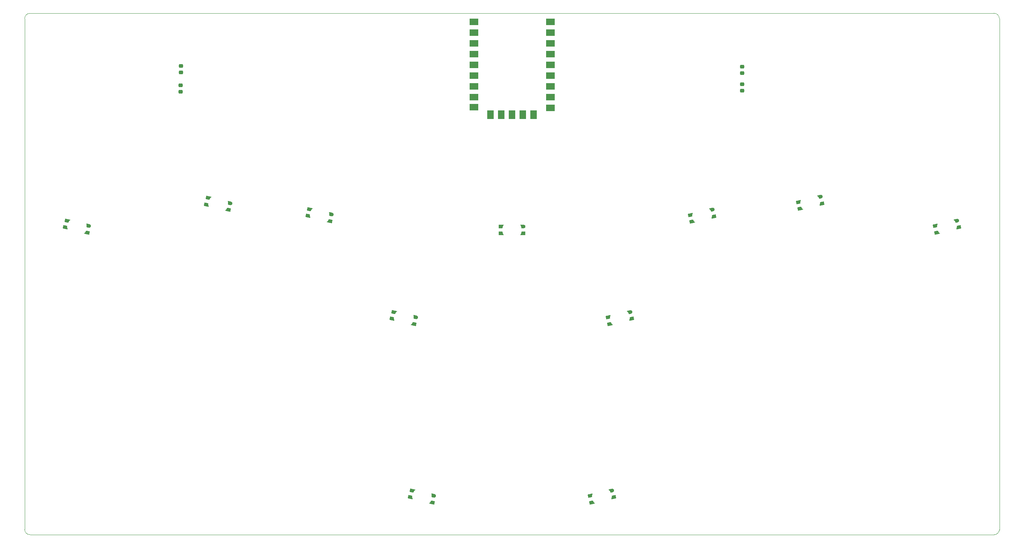
<source format=gbr>
%TF.GenerationSoftware,KiCad,Pcbnew,(6.0.1)*%
%TF.CreationDate,2023-04-04T23:27:15+09:00*%
%TF.ProjectId,MAXCON-zero,4d415843-4f4e-42d7-9a65-726f2e6b6963,rev?*%
%TF.SameCoordinates,Original*%
%TF.FileFunction,Paste,Top*%
%TF.FilePolarity,Positive*%
%FSLAX46Y46*%
G04 Gerber Fmt 4.6, Leading zero omitted, Abs format (unit mm)*
G04 Created by KiCad (PCBNEW (6.0.1)) date 2023-04-04 23:27:15*
%MOMM*%
%LPD*%
G01*
G04 APERTURE LIST*
G04 Aperture macros list*
%AMRoundRect*
0 Rectangle with rounded corners*
0 $1 Rounding radius*
0 $2 $3 $4 $5 $6 $7 $8 $9 X,Y pos of 4 corners*
0 Add a 4 corners polygon primitive as box body*
4,1,4,$2,$3,$4,$5,$6,$7,$8,$9,$2,$3,0*
0 Add four circle primitives for the rounded corners*
1,1,$1+$1,$2,$3*
1,1,$1+$1,$4,$5*
1,1,$1+$1,$6,$7*
1,1,$1+$1,$8,$9*
0 Add four rect primitives between the rounded corners*
20,1,$1+$1,$2,$3,$4,$5,0*
20,1,$1+$1,$4,$5,$6,$7,0*
20,1,$1+$1,$6,$7,$8,$9,0*
20,1,$1+$1,$8,$9,$2,$3,0*%
%AMFreePoly0*
4,1,34,0.539142,0.394142,0.545000,0.380000,0.545000,-0.380000,0.542091,-0.387023,0.539183,-0.394101,0.539154,-0.394113,0.539142,-0.394142,0.532183,-0.397025,0.525059,-0.400000,-0.345813,-0.402541,-0.359972,-0.396724,-0.365871,-0.382599,-0.363699,-0.377313,-0.368760,-0.369759,-0.367711,-0.364454,-0.414942,-0.174744,-0.481229,0.014483,-0.564791,0.196743,-0.661662,0.364831,-0.664143,0.365858,
-0.665002,0.367933,-0.666846,0.369219,-0.667839,0.374782,-0.670000,0.380000,-0.669139,0.382076,-0.669535,0.384289,-0.666303,0.388925,-0.664142,0.394142,-0.662066,0.395002,-0.660781,0.396846,-0.655218,0.397839,-0.650001,0.400000,0.525000,0.400000,0.539142,0.394142,0.539142,0.394142,$1*%
%AMFreePoly1*
4,1,32,0.525059,0.400001,0.532183,0.397025,0.539142,0.394142,0.539154,0.394113,0.539183,0.394101,0.542091,0.387023,0.545000,0.380000,0.545000,-0.380000,0.539142,-0.394142,0.525000,-0.400000,-0.650000,-0.400000,-0.664142,-0.394142,-0.670000,-0.380000,-0.664142,-0.365858,-0.650000,-0.360000,-0.639861,-0.360000,-0.639730,-0.359737,-0.647299,-0.349312,-0.644899,-0.334193,-0.640756,-0.331184,
-0.549199,-0.165628,-0.470962,0.011813,-0.408969,0.195560,-0.364825,0.379525,-0.365041,0.380578,-0.365871,0.382599,-0.365592,0.383268,-0.365853,0.384541,-0.363693,0.387815,-0.359972,0.396724,-0.345813,0.402541,0.525059,0.400001,0.525059,0.400001,$1*%
%AMFreePoly2*
4,1,37,0.319736,0.407785,0.429772,0.357533,0.521194,0.278316,0.586594,0.176552,0.620674,0.060484,0.620674,-0.060484,0.586594,-0.176551,0.521194,-0.278316,0.429772,-0.357533,0.319736,-0.407785,0.200000,-0.425000,-0.275000,-0.425000,-0.292678,-0.417678,-0.300000,-0.400000,-0.295208,-0.388431,-0.305365,-0.372951,-0.304263,-0.367635,-0.350273,-0.173516,-0.415031,0.020480,-0.496859,0.207915,
-0.592281,0.382137,-0.592678,0.382301,-0.593020,0.383126,-0.597072,0.386095,-0.598748,0.396955,-0.600000,0.399978,-0.599427,0.401360,-0.599990,0.405006,-0.595222,0.411514,-0.592678,0.417657,-0.589869,0.418820,-0.588682,0.420441,-0.584339,0.421111,-0.575001,0.424979,0.199999,0.425000,0.200000,0.425000,0.319736,0.407785,0.319736,0.407785,$1*%
G04 Aperture macros list end*
%TA.AperFunction,Profile*%
%ADD10C,0.100000*%
%TD*%
%ADD11FreePoly0,193.500000*%
%ADD12FreePoly1,193.500000*%
%ADD13FreePoly2,13.500000*%
%ADD14FreePoly1,13.500000*%
%ADD15RoundRect,0.225000X-0.250000X0.225000X-0.250000X-0.225000X0.250000X-0.225000X0.250000X0.225000X0*%
%ADD16FreePoly0,180.000000*%
%ADD17FreePoly1,180.000000*%
%ADD18FreePoly2,0.000000*%
%ADD19FreePoly1,0.000000*%
%ADD20FreePoly0,166.500000*%
%ADD21FreePoly1,166.500000*%
%ADD22FreePoly2,346.500000*%
%ADD23FreePoly1,346.500000*%
%ADD24R,2.000000X1.600000*%
%ADD25R,1.600000X2.000000*%
G04 APERTURE END LIST*
D10*
X22860000Y-29210000D02*
G75*
G03*
X21590000Y-30480000I-66J-1269934D01*
G01*
X251460000Y-30480000D02*
X251460000Y-151280000D01*
X250190000Y-152400000D02*
G75*
G03*
X251460000Y-151280000I0J1280045D01*
G01*
X21590000Y-151130000D02*
G75*
G03*
X22860000Y-152400000I1269999J-1D01*
G01*
X21590000Y-30480000D02*
X21590000Y-151130000D01*
X250190000Y-152400000D02*
X22860000Y-152400000D01*
X251460000Y-30480000D02*
G75*
G03*
X250200000Y-29200000I-1280125J33D01*
G01*
X144780000Y-29210000D02*
X250200000Y-29200000D01*
X128270000Y-29210000D02*
X22860000Y-29210000D01*
X128270000Y-29210000D02*
X144780000Y-29210000D01*
D11*
%TO.C,D4*%
X159579713Y-102607102D03*
D12*
X159230898Y-101045380D03*
D13*
X164294029Y-99829830D03*
D14*
X164741636Y-101367834D03*
%TD*%
D15*
%TO.C,C1*%
X58420000Y-41625000D03*
X58420000Y-43175000D03*
%TD*%
D16*
%TO.C,D6*%
X133857823Y-81171371D03*
D17*
X133883223Y-79571371D03*
D18*
X139090223Y-79571371D03*
D19*
X139166423Y-81171371D03*
%TD*%
D11*
%TO.C,D5*%
X155304349Y-144770134D03*
D12*
X154955534Y-143208412D03*
D13*
X160018665Y-141992862D03*
D14*
X160466272Y-143530866D03*
%TD*%
D20*
%TO.C,D11*%
X31194168Y-79769642D03*
D21*
X31592379Y-78219780D03*
D22*
X36655509Y-79435330D03*
D23*
X36356091Y-81008910D03*
%TD*%
D11*
%TO.C,D1*%
X236668971Y-81014363D03*
D12*
X236320156Y-79452641D03*
D13*
X241383287Y-78237091D03*
D14*
X241830894Y-79775095D03*
%TD*%
D11*
%TO.C,D3*%
X178952728Y-78416164D03*
D12*
X178603913Y-76854442D03*
D13*
X183667044Y-75638892D03*
D14*
X184114651Y-77176896D03*
%TD*%
D11*
%TO.C,D2*%
X204463083Y-75376915D03*
D12*
X204114268Y-73815193D03*
D13*
X209177399Y-72599643D03*
D14*
X209625006Y-74137647D03*
%TD*%
D20*
%TO.C,D9*%
X88409640Y-77051218D03*
D21*
X88807851Y-75501356D03*
D22*
X93870981Y-76716906D03*
D23*
X93571563Y-78290486D03*
%TD*%
D24*
%TO.C,RZ1*%
X145549823Y-31241371D03*
X145549823Y-33781371D03*
X145549823Y-36321371D03*
X145549823Y-38861371D03*
X145549823Y-41401371D03*
X145549823Y-43941371D03*
X145549823Y-46481371D03*
X145549823Y-49021371D03*
X145549823Y-51561371D03*
D25*
X141629823Y-53151371D03*
X139089823Y-53151371D03*
X136549823Y-53151371D03*
X134009823Y-53151371D03*
X131469823Y-53151371D03*
D24*
X127549823Y-51373371D03*
X127549823Y-49021371D03*
X127549823Y-46481371D03*
X127549823Y-43941371D03*
X127549823Y-41401371D03*
X127549823Y-38861371D03*
X127549823Y-36321371D03*
X127549823Y-33781371D03*
X127549823Y-31241371D03*
%TD*%
D15*
%TO.C,C2*%
X58400000Y-46225000D03*
X58400000Y-47775000D03*
%TD*%
%TO.C,C4*%
X190800000Y-41825000D03*
X190800000Y-43375000D03*
%TD*%
%TO.C,C3*%
X190799996Y-45960825D03*
X190799996Y-47510825D03*
%TD*%
D20*
%TO.C,D7*%
X112558790Y-143525413D03*
D21*
X112957001Y-141975551D03*
D22*
X118020131Y-143191101D03*
D23*
X117720713Y-144764681D03*
%TD*%
D20*
%TO.C,D10*%
X64489110Y-74393654D03*
D21*
X64887321Y-72843792D03*
D22*
X69950451Y-74059342D03*
D23*
X69651033Y-75632922D03*
%TD*%
D20*
%TO.C,D8*%
X108283426Y-101362382D03*
D21*
X108681637Y-99812520D03*
D22*
X113744767Y-101028070D03*
D23*
X113445349Y-102601650D03*
%TD*%
M02*

</source>
